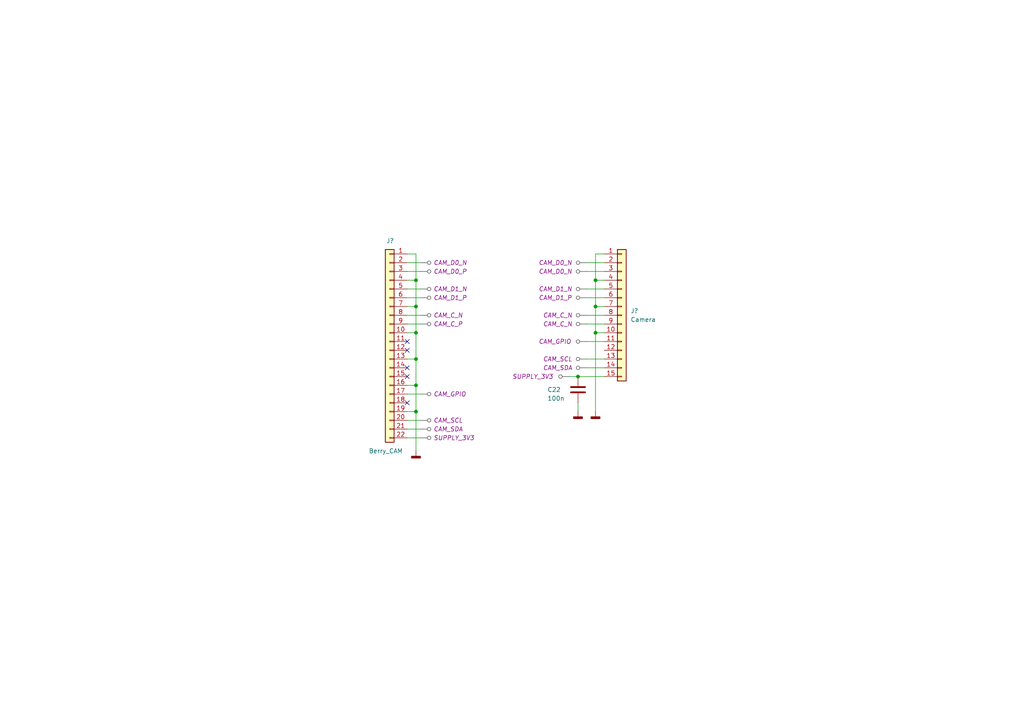
<source format=kicad_sch>
(kicad_sch (version 20230121) (generator eeschema)
  (paper "A4")
  (lib_symbols
    (symbol "Connector_Generic:Conn_01x15" (pin_names (offset 1.016) hide)
      (property "Reference" "J" (at 0 20.32 0))
      (property "Value" "Conn_01x15" (at 0 -20.32 0))
      (symbol "Conn_01x15_1_1"
        (rectangle (start -1.27 -17.653) (end 0 -17.907) (stroke (width 0.1524)))
        (rectangle (start -1.27 -15.113) (end 0 -15.367) (stroke (width 0.1524)))
        (rectangle (start -1.27 -12.573) (end 0 -12.827) (stroke (width 0.1524)))
        (rectangle (start -1.27 -10.033) (end 0 -10.287) (stroke (width 0.1524)))
        (rectangle (start -1.27 -7.493) (end 0 -7.747) (stroke (width 0.1524)))
        (rectangle (start -1.27 -4.953) (end 0 -5.207) (stroke (width 0.1524)))
        (rectangle (start -1.27 -2.413) (end 0 -2.667) (stroke (width 0.1524)))
        (rectangle (start -1.27 0.127) (end 0 -0.127) (stroke (width 0.1524)))
        (rectangle (start -1.27 2.667) (end 0 2.413) (stroke (width 0.1524)))
        (rectangle (start -1.27 5.207) (end 0 4.953) (stroke (width 0.1524)))
        (rectangle (start -1.27 7.747) (end 0 7.493) (stroke (width 0.1524)))
        (rectangle (start -1.27 10.287) (end 0 10.033) (stroke (width 0.1524)))
        (rectangle (start -1.27 12.827) (end 0 12.573) (stroke (width 0.1524)))
        (rectangle (start -1.27 15.367) (end 0 15.113) (stroke (width 0.1524)))
        (rectangle (start -1.27 17.907) (end 0 17.653) (stroke (width 0.1524)))
        (rectangle (start -1.27 19.05) (end 1.27 -19.05) (stroke (width 0.254)) (fill (type background)))
        (pin passive line (at -5.08 17.78 0) (length 3.81) (name "Pin_1") (number "1"))
        (pin passive line (at -5.08 -5.08 0) (length 3.81) (name "Pin_10") (number "10"))
        (pin passive line (at -5.08 -7.62 0) (length 3.81) (name "Pin_11") (number "11"))
        (pin passive line (at -5.08 -10.16 0) (length 3.81) (name "Pin_12") (number "12"))
        (pin passive line (at -5.08 -12.7 0) (length 3.81) (name "Pin_13") (number "13"))
        (pin passive line (at -5.08 -15.24 0) (length 3.81) (name "Pin_14") (number "14"))
        (pin passive line (at -5.08 -17.78 0) (length 3.81) (name "Pin_15") (number "15"))
        (pin passive line (at -5.08 15.24 0) (length 3.81) (name "Pin_2") (number "2"))
        (pin passive line (at -5.08 12.7 0) (length 3.81) (name "Pin_3") (number "3"))
        (pin passive line (at -5.08 10.16 0) (length 3.81) (name "Pin_4") (number "4"))
        (pin passive line (at -5.08 7.62 0) (length 3.81) (name "Pin_5") (number "5"))
        (pin passive line (at -5.08 5.08 0) (length 3.81) (name "Pin_6") (number "6"))
        (pin passive line (at -5.08 2.54 0) (length 3.81) (name "Pin_7") (number "7"))
        (pin passive line (at -5.08 0 0) (length 3.81) (name "Pin_8") (number "8"))
        (pin passive line (at -5.08 -2.54 0) (length 3.81) (name "Pin_9") (number "9"))
      )
    )
    (symbol "Connector_Generic:Conn_01x22" (pin_names (offset 1.016) hide)
      (property "Reference" "J" (at 0 27.94 0))
      (property "Value" "Conn_01x22" (at 0 -30.48 0))
      (symbol "Conn_01x22_1_1"
        (rectangle (start -1.27 -27.813) (end 0 -28.067) (stroke (width 0.1524)))
        (rectangle (start -1.27 -25.273) (end 0 -25.527) (stroke (width 0.1524)))
        (rectangle (start -1.27 -22.733) (end 0 -22.987) (stroke (width 0.1524)))
        (rectangle (start -1.27 -20.193) (end 0 -20.447) (stroke (width 0.1524)))
        (rectangle (start -1.27 -17.653) (end 0 -17.907) (stroke (width 0.1524)))
        (rectangle (start -1.27 -15.113) (end 0 -15.367) (stroke (width 0.1524)))
        (rectangle (start -1.27 -12.573) (end 0 -12.827) (stroke (width 0.1524)))
        (rectangle (start -1.27 -10.033) (end 0 -10.287) (stroke (width 0.1524)))
        (rectangle (start -1.27 -7.493) (end 0 -7.747) (stroke (width 0.1524)))
        (rectangle (start -1.27 -4.953) (end 0 -5.207) (stroke (width 0.1524)))
        (rectangle (start -1.27 -2.413) (end 0 -2.667) (stroke (width 0.1524)))
        (rectangle (start -1.27 0.127) (end 0 -0.127) (stroke (width 0.1524)))
        (rectangle (start -1.27 2.667) (end 0 2.413) (stroke (width 0.1524)))
        (rectangle (start -1.27 5.207) (end 0 4.953) (stroke (width 0.1524)))
        (rectangle (start -1.27 7.747) (end 0 7.493) (stroke (width 0.1524)))
        (rectangle (start -1.27 10.287) (end 0 10.033) (stroke (width 0.1524)))
        (rectangle (start -1.27 12.827) (end 0 12.573) (stroke (width 0.1524)))
        (rectangle (start -1.27 15.367) (end 0 15.113) (stroke (width 0.1524)))
        (rectangle (start -1.27 17.907) (end 0 17.653) (stroke (width 0.1524)))
        (rectangle (start -1.27 20.447) (end 0 20.193) (stroke (width 0.1524)))
        (rectangle (start -1.27 22.987) (end 0 22.733) (stroke (width 0.1524)))
        (rectangle (start -1.27 25.527) (end 0 25.273) (stroke (width 0.1524)))
        (rectangle (start -1.27 26.67) (end 1.27 -29.21) (stroke (width 0.254)) (fill (type background)))
        (pin passive line (at -5.08 25.4 0) (length 3.81) (name "Pin_1") (number "1"))
        (pin passive line (at -5.08 2.54 0) (length 3.81) (name "Pin_10") (number "10"))
        (pin passive line (at -5.08 0 0) (length 3.81) (name "Pin_11") (number "11"))
        (pin passive line (at -5.08 -2.54 0) (length 3.81) (name "Pin_12") (number "12"))
        (pin passive line (at -5.08 -5.08 0) (length 3.81) (name "Pin_13") (number "13"))
        (pin passive line (at -5.08 -7.62 0) (length 3.81) (name "Pin_14") (number "14"))
        (pin passive line (at -5.08 -10.16 0) (length 3.81) (name "Pin_15") (number "15"))
        (pin passive line (at -5.08 -12.7 0) (length 3.81) (name "Pin_16") (number "16"))
        (pin passive line (at -5.08 -15.24 0) (length 3.81) (name "Pin_17") (number "17"))
        (pin passive line (at -5.08 -17.78 0) (length 3.81) (name "Pin_18") (number "18"))
        (pin passive line (at -5.08 -20.32 0) (length 3.81) (name "Pin_19") (number "19"))
        (pin passive line (at -5.08 22.86 0) (length 3.81) (name "Pin_2") (number "2"))
        (pin passive line (at -5.08 -22.86 0) (length 3.81) (name "Pin_20") (number "20"))
        (pin passive line (at -5.08 -25.4 0) (length 3.81) (name "Pin_21") (number "21"))
        (pin passive line (at -5.08 -27.94 0) (length 3.81) (name "Pin_22") (number "22"))
        (pin passive line (at -5.08 20.32 0) (length 3.81) (name "Pin_3") (number "3"))
        (pin passive line (at -5.08 17.78 0) (length 3.81) (name "Pin_4") (number "4"))
        (pin passive line (at -5.08 15.24 0) (length 3.81) (name "Pin_5") (number "5"))
        (pin passive line (at -5.08 12.7 0) (length 3.81) (name "Pin_6") (number "6"))
        (pin passive line (at -5.08 10.16 0) (length 3.81) (name "Pin_7") (number "7"))
        (pin passive line (at -5.08 7.62 0) (length 3.81) (name "Pin_8") (number "8"))
        (pin passive line (at -5.08 5.08 0) (length 3.81) (name "Pin_9") (number "9"))
      )
    )
    (symbol "Device:C" (pin_numbers hide) (pin_names (offset 0.254))
      (property "Reference" "C" (at 0.635 2.54 0))
      (property "Value" "C" (at 0.635 -2.54 0))
      (symbol "C_0_1"
        (polyline (pts (xy -2.032 -0.762) (xy 2.032 -0.762)) (stroke (width 0.508)))
        (polyline (pts (xy -2.032 0.762) (xy 2.032 0.762)) (stroke (width 0.508)))
      )
      (symbol "C_1_1"
        (pin passive line (at 0 3.81 270) (length 2.794) (name "~") (number "1"))
        (pin passive line (at 0 -3.81 90) (length 2.794) (name "~") (number "2"))
      )
    )
    (symbol "power:GNDD" (power) (pin_names (offset 0))
      (property "Value" "GNDD" (at 0 -3.175 0))
      (symbol "GNDD_0_1"
        (rectangle (start -1.27 -1.524) (end 1.27 -2.032) (stroke (width 0.254)) (fill (type outline)))
        (polyline (pts (xy 0 0) (xy 0 -1.524)))
      )
      (symbol "GNDD_1_1"
        (pin power_in line (at 0 0 270) (length 0) hide (name "GNDD") (number "1"))
      )
    )
  )
  (junction (at 120.65 104.14))
  (junction (at 172.72 88.9))
  (junction (at 120.65 81.28))
  (junction (at 172.72 96.52))
  (junction (at 172.72 81.28))
  (junction (at 120.65 119.38))
  (junction (at 167.64 109.22))
  (junction (at 120.65 96.52))
  (junction (at 120.65 88.9))
  (junction (at 120.65 111.76))
  (no_connect (at 118.11 101.6))
  (no_connect (at 118.11 109.22))
  (no_connect (at 118.11 116.84))
  (no_connect (at 118.11 99.06))
  (no_connect (at 118.11 106.68))
  (wire (pts (xy 121.92 127) (xy 118.11 127)))
  (wire (pts (xy 172.72 96.52) (xy 172.72 119.38)))
  (wire (pts (xy 170.18 99.06) (xy 175.26 99.06)))
  (wire (pts (xy 175.26 73.66) (xy 172.72 73.66)))
  (wire (pts (xy 121.92 114.3) (xy 118.11 114.3)))
  (wire (pts (xy 121.92 121.92) (xy 118.11 121.92)))
  (wire (pts (xy 172.72 88.9) (xy 175.26 88.9)))
  (wire (pts (xy 118.11 96.52) (xy 120.65 96.52)))
  (wire (pts (xy 121.92 83.82) (xy 118.11 83.82)))
  (wire (pts (xy 118.11 73.66) (xy 120.65 73.66)))
  (wire (pts (xy 170.18 93.98) (xy 175.26 93.98)))
  (wire (pts (xy 170.18 104.14) (xy 175.26 104.14)))
  (wire (pts (xy 121.92 124.46) (xy 118.11 124.46)))
  (wire (pts (xy 167.64 119.38) (xy 167.64 116.84)))
  (wire (pts (xy 120.65 104.14) (xy 120.65 96.52)))
  (wire (pts (xy 172.72 73.66) (xy 172.72 81.28)))
  (wire (pts (xy 121.92 76.2) (xy 118.11 76.2)))
  (wire (pts (xy 118.11 119.38) (xy 120.65 119.38)))
  (wire (pts (xy 170.18 76.2) (xy 175.26 76.2)))
  (wire (pts (xy 172.72 88.9) (xy 172.72 96.52)))
  (wire (pts (xy 121.92 78.74) (xy 118.11 78.74)))
  (wire (pts (xy 120.65 119.38) (xy 120.65 130.81)))
  (wire (pts (xy 118.11 111.76) (xy 120.65 111.76)))
  (wire (pts (xy 121.92 93.98) (xy 118.11 93.98)))
  (wire (pts (xy 170.18 83.82) (xy 175.26 83.82)))
  (wire (pts (xy 167.64 109.22) (xy 175.26 109.22)))
  (wire (pts (xy 120.65 111.76) (xy 120.65 104.14)))
  (wire (pts (xy 170.18 78.74) (xy 175.26 78.74)))
  (wire (pts (xy 121.92 91.44) (xy 118.11 91.44)))
  (wire (pts (xy 172.72 96.52) (xy 175.26 96.52)))
  (wire (pts (xy 170.18 91.44) (xy 175.26 91.44)))
  (wire (pts (xy 172.72 81.28) (xy 175.26 81.28)))
  (wire (pts (xy 118.11 104.14) (xy 120.65 104.14)))
  (wire (pts (xy 170.18 106.68) (xy 175.26 106.68)))
  (wire (pts (xy 120.65 73.66) (xy 120.65 81.28)))
  (wire (pts (xy 120.65 96.52) (xy 120.65 88.9)))
  (wire (pts (xy 165.1 109.22) (xy 167.64 109.22)))
  (wire (pts (xy 120.65 81.28) (xy 118.11 81.28)))
  (wire (pts (xy 120.65 88.9) (xy 120.65 81.28)))
  (wire (pts (xy 120.65 119.38) (xy 120.65 111.76)))
  (wire (pts (xy 118.11 88.9) (xy 120.65 88.9)))
  (wire (pts (xy 170.18 86.36) (xy 175.26 86.36)))
  (wire (pts (xy 172.72 81.28) (xy 172.72 88.9)))
  (wire (pts (xy 121.92 86.36) (xy 118.11 86.36)))
  (netclass_flag "" (length 2.54) (shape round) (at 121.92 76.2 270) (property "Netclass" "CAM_D0_N" (at 125.73 76.2 0) (effects (font italic) (justify left))))
  (netclass_flag "" (length 2.54) (shape round) (at 121.92 93.98 270) (property "Netclass" "CAM_C_P" (at 125.73 93.98 0) (effects (font italic) (justify left))))
  (netclass_flag "" (length 2.54) (shape round) (at 170.18 83.82 90) (property "Netclass" "CAM_D1_N" (at 156.21 83.82 0) (effects (font italic) (justify left))))
  (netclass_flag "" (length 2.54) (shape round) (at 170.18 93.98 90) (property "Netclass" "CAM_C_N" (at 157.48 93.98 0) (effects (font italic) (justify left))))
  (netclass_flag "" (length 2.54) (shape round) (at 121.92 121.92 270) (property "Netclass" "CAM_SCL" (at 125.73 121.92 0) (effects (font italic) (justify left))))
  (netclass_flag "" (length 2.54) (shape round) (at 121.92 124.46 270) (property "Netclass" "CAM_SDA" (at 125.73 124.46 0) (effects (font italic) (justify left))))
  (netclass_flag "" (length 2.54) (shape round) (at 165.1 109.22 90) (property "Netclass" "SUPPLY_3V3" (at 148.59 109.22 0) (effects (font italic) (justify left))))
  (netclass_flag "" (length 2.54) (shape round) (at 170.18 106.68 90) (property "Netclass" "CAM_SDA" (at 157.48 106.68 0) (effects (font italic) (justify left))))
  (netclass_flag "" (length 2.54) (shape round) (at 170.18 91.44 90) (property "Netclass" "CAM_C_N" (at 157.48 91.44 0) (effects (font italic) (justify left))))
  (netclass_flag "" (length 2.54) (shape round) (at 121.92 114.3 270) (property "Netclass" "CAM_GPIO" (at 125.73 114.3 0) (effects (font italic) (justify left))))
  (netclass_flag "" (length 2.54) (shape round) (at 121.92 83.82 270) (property "Netclass" "CAM_D1_N" (at 125.73 83.82 0) (effects (font italic) (justify left))))
  (netclass_flag "" (length 2.54) (shape round) (at 121.92 78.74 270) (property "Netclass" "CAM_D0_P" (at 125.73 78.74 0) (effects (font italic) (justify left))))
  (netclass_flag "" (length 2.54) (shape round) (at 170.18 78.74 90) (property "Netclass" "CAM_D0_N" (at 156.21 78.74 0) (effects (font italic) (justify left))))
  (netclass_flag "" (length 2.54) (shape round) (at 170.18 104.14 90) (property "Netclass" "CAM_SCL" (at 157.48 104.14 0) (effects (font italic) (justify left))))
  (netclass_flag "" (length 2.54) (shape round) (at 170.18 76.2 90) (property "Netclass" "CAM_D0_N" (at 156.21 76.2 0) (effects (font italic) (justify left))))
  (netclass_flag "" (length 2.54) (shape round) (at 170.18 99.06 90) (property "Netclass" "CAM_GPIO" (at 156.21 99.06 0) (effects (font italic) (justify left))))
  (netclass_flag "" (length 2.54) (shape round) (at 170.18 86.36 90) (property "Netclass" "CAM_D1_P" (at 156.21 86.36 0) (effects (font italic) (justify left))))
  (netclass_flag "" (length 2.54) (shape round) (at 121.92 127 270) (property "Netclass" "SUPPLY_3V3" (at 125.73 127 0) (effects (font italic) (justify left))))
  (netclass_flag "" (length 2.54) (shape round) (at 121.92 91.44 270) (property "Netclass" "CAM_C_N" (at 125.73 91.44 0) (effects (font italic) (justify left))))
  (netclass_flag "" (length 2.54) (shape round) (at 121.92 86.36 270) (property "Netclass" "CAM_D1_P" (at 125.73 86.36 0) (effects (font italic) (justify left))))
  (symbol (lib_id "power:GNDD") (at 172.72 119.38 0) (unit 1)
    (property "Reference" "#PWR?" (effects hide))
    (property "Value" "GNDD" (effects hide))
    (instances (project "Shield" (path "" (reference "#PWR?") (unit 1)) (path "" (reference "#PWR050") (unit 1))))
  )
  (symbol (lib_id "Connector_Generic:Conn_01x22") (at 113.03 99.06 0) (mirror y) (unit 1)
    (property "Reference" "J?" (at 114.3 69.85 0) (effects (justify left)))
    (property "Value" "Berry_CAM" (at 116.84 130.81 0) (effects (justify left)))
    (instances (project "Shield" (path "" (reference "J?") (unit 1)) (path "" (reference "J13") (unit 1))))
  )
  (symbol (lib_id "Device:C") (at 167.64 113.03 0) (unit 1)
    (property "Reference" "C22" (at 158.75 113.03 0) (effects (justify left)))
    (property "Value" "100n" (at 158.75 115.57 0) (effects (justify left)))
    (property "Footprint" "Capacitor_SMD:C_0805_2012Metric" (effects hide))
  )
  (symbol (lib_id "power:GNDD") (at 167.64 119.38 0) (unit 1)
    (property "Reference" "#PWR?" (effects hide))
    (property "Value" "GNDD" (effects hide))
    (instances (project "Shield" (path "" (reference "#PWR?") (unit 1)) (path "" (reference "#PWR049") (unit 1))))
  )
  (symbol (lib_id "power:GNDD") (at 120.65 130.81 0) (unit 1)
    (property "Reference" "#PWR?" (effects hide))
    (property "Value" "GNDD" (effects hide))
    (instances (project "Shield" (path "" (reference "#PWR?") (unit 1)) (path "" (reference "#PWR051") (unit 1))))
  )
  (symbol (lib_id "Connector_Generic:Conn_01x15") (at 180.34 91.44 0) (unit 1)
    (property "Reference" "J?" (at 182.88 90.17 0) (effects (justify left)))
    (property "Value" "Camera" (at 182.88 92.71 0) (effects (justify left)))
    (property "Footprint" "Connector_FFC-FPC:TE_1-84952-5_1x15-1MP_P1.0mm_Horizontal" (effects hide))
    (instances (project "Shield" (path "" (reference "J?") (unit 1)) (path "" (reference "J12") (unit 1))))
  )
)
</source>
